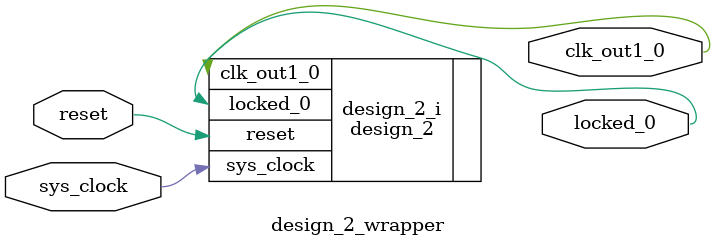
<source format=v>
`timescale 1 ps / 1 ps

module design_2_wrapper
   (clk_out1_0,
    locked_0,
    reset,
    sys_clock);
  output clk_out1_0;
  output locked_0;
  input reset;
  input sys_clock;

  wire clk_out1_0;
  wire locked_0;
  wire reset;
  wire sys_clock;

  design_2 design_2_i
       (.clk_out1_0(clk_out1_0),
        .locked_0(locked_0),
        .reset(reset),
        .sys_clock(sys_clock));
endmodule

</source>
